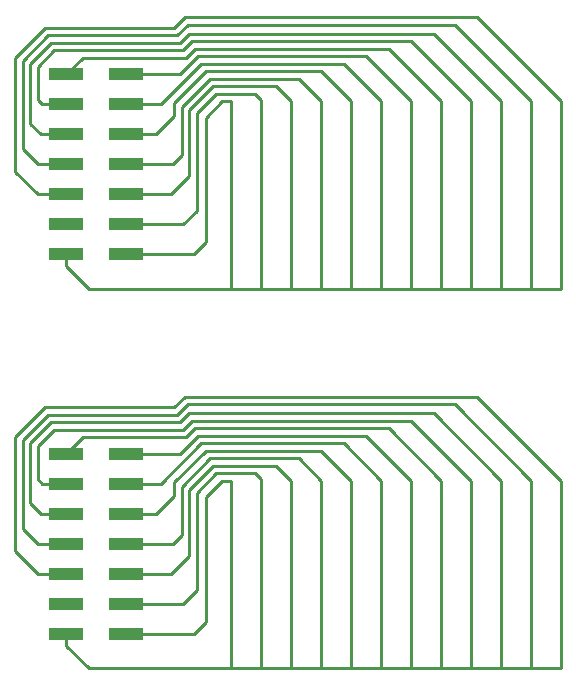
<source format=gbr>
%TF.GenerationSoftware,KiCad,Pcbnew,(5.1.6)-1*%
%TF.CreationDate,2022-05-19T15:55:08-04:00*%
%TF.ProjectId,sensor_v1,73656e73-6f72-45f7-9631-2e6b69636164,rev?*%
%TF.SameCoordinates,Original*%
%TF.FileFunction,Copper,L1,Top*%
%TF.FilePolarity,Positive*%
%FSLAX46Y46*%
G04 Gerber Fmt 4.6, Leading zero omitted, Abs format (unit mm)*
G04 Created by KiCad (PCBNEW (5.1.6)-1) date 2022-05-19 15:55:08*
%MOMM*%
%LPD*%
G01*
G04 APERTURE LIST*
%TA.AperFunction,SMDPad,CuDef*%
%ADD10R,3.000000X1.000000*%
%TD*%
%TA.AperFunction,Conductor*%
%ADD11C,0.250000*%
%TD*%
G04 APERTURE END LIST*
D10*
%TO.P,REF\u002A\u002A,1*%
%TO.N,N/C*%
X102977000Y-76327000D03*
%TO.P,REF\u002A\u002A,2*%
X97937000Y-76327000D03*
%TO.P,REF\u002A\u002A,3*%
X102977000Y-78867000D03*
%TO.P,REF\u002A\u002A,4*%
X97937000Y-78867000D03*
%TO.P,REF\u002A\u002A,5*%
X102977000Y-81407000D03*
%TO.P,REF\u002A\u002A,6*%
X97937000Y-81407000D03*
%TO.P,REF\u002A\u002A,7*%
X102977000Y-83947000D03*
%TO.P,REF\u002A\u002A,8*%
X97937000Y-83947000D03*
%TO.P,REF\u002A\u002A,9*%
X102977000Y-86487000D03*
%TO.P,REF\u002A\u002A,10*%
X97937000Y-86487000D03*
%TO.P,REF\u002A\u002A,11*%
X102977000Y-89027000D03*
%TO.P,REF\u002A\u002A,12*%
X97937000Y-89027000D03*
%TO.P,REF\u002A\u002A,13*%
X102977000Y-91567000D03*
%TO.P,REF\u002A\u002A,14*%
X97937000Y-91567000D03*
%TD*%
%TO.P,REF\u002A\u002A,14*%
%TO.N,N/C*%
X97937000Y-59436000D03*
%TO.P,REF\u002A\u002A,13*%
X102977000Y-59436000D03*
%TO.P,REF\u002A\u002A,12*%
X97937000Y-56896000D03*
%TO.P,REF\u002A\u002A,11*%
X102977000Y-56896000D03*
%TO.P,REF\u002A\u002A,10*%
X97937000Y-54356000D03*
%TO.P,REF\u002A\u002A,9*%
X102977000Y-54356000D03*
%TO.P,REF\u002A\u002A,8*%
X97937000Y-51816000D03*
%TO.P,REF\u002A\u002A,7*%
X102977000Y-51816000D03*
%TO.P,REF\u002A\u002A,6*%
X97937000Y-49276000D03*
%TO.P,REF\u002A\u002A,5*%
X102977000Y-49276000D03*
%TO.P,REF\u002A\u002A,4*%
X97937000Y-46736000D03*
%TO.P,REF\u002A\u002A,3*%
X102977000Y-46736000D03*
%TO.P,REF\u002A\u002A,2*%
X97937000Y-44196000D03*
%TO.P,REF\u002A\u002A,1*%
X102977000Y-44196000D03*
%TD*%
D11*
%TO.N,*%
X97937000Y-60472000D02*
X97937000Y-59436000D01*
X111887000Y-62357000D02*
X99822000Y-62357000D01*
X99822000Y-62357000D02*
X97937000Y-60472000D01*
X108712000Y-59436000D02*
X102977000Y-59436000D01*
X111887000Y-46482000D02*
X111125000Y-46482000D01*
X111887000Y-62357000D02*
X111887000Y-46482000D01*
X111125000Y-46482000D02*
X109728000Y-47879000D01*
X109728000Y-47879000D02*
X109728000Y-58420000D01*
X109728000Y-58420000D02*
X108712000Y-59436000D01*
X108966000Y-55753000D02*
X107823000Y-56896000D01*
X107823000Y-56896000D02*
X102977000Y-56896000D01*
X114427000Y-46355000D02*
X113919000Y-45847000D01*
X110617000Y-45847000D02*
X108966000Y-47498000D01*
X108966000Y-47498000D02*
X108966000Y-55753000D01*
X114427000Y-62357000D02*
X114427000Y-46355000D01*
X113919000Y-45847000D02*
X110617000Y-45847000D01*
X106807000Y-54356000D02*
X102977000Y-54356000D01*
X108331000Y-52832000D02*
X106807000Y-54356000D01*
X116967000Y-46482000D02*
X115697000Y-45212000D01*
X116967000Y-62357000D02*
X116967000Y-46482000D01*
X108331000Y-47244000D02*
X108331000Y-52832000D01*
X115697000Y-45212000D02*
X110363000Y-45212000D01*
X110363000Y-45212000D02*
X108331000Y-47244000D01*
X106934000Y-51816000D02*
X102977000Y-51816000D01*
X119507000Y-46482000D02*
X117602000Y-44577000D01*
X119507000Y-62357000D02*
X119507000Y-46482000D01*
X117602000Y-44577000D02*
X110109000Y-44577000D01*
X107696000Y-46990000D02*
X107696000Y-51054000D01*
X107696000Y-51054000D02*
X106934000Y-51816000D01*
X110109000Y-44577000D02*
X107696000Y-46990000D01*
X107061000Y-47752000D02*
X105537000Y-49276000D01*
X105537000Y-49276000D02*
X102977000Y-49276000D01*
X122047000Y-46482000D02*
X119507000Y-43942000D01*
X109728000Y-43942000D02*
X107061000Y-46609000D01*
X119507000Y-43942000D02*
X109728000Y-43942000D01*
X122047000Y-62357000D02*
X122047000Y-46482000D01*
X107061000Y-46609000D02*
X107061000Y-47752000D01*
X105918000Y-46736000D02*
X102977000Y-46736000D01*
X121412000Y-43307000D02*
X109347000Y-43307000D01*
X124587000Y-62357000D02*
X124587000Y-46482000D01*
X109347000Y-43307000D02*
X105918000Y-46736000D01*
X124587000Y-46482000D02*
X121412000Y-43307000D01*
X107569000Y-44196000D02*
X102977000Y-44196000D01*
X123317000Y-42672000D02*
X109093000Y-42672000D01*
X109093000Y-42672000D02*
X107569000Y-44196000D01*
X127127000Y-62357000D02*
X127127000Y-46482000D01*
X127127000Y-46482000D02*
X123317000Y-42672000D01*
X99334000Y-42799000D02*
X97937000Y-44196000D01*
X129667000Y-46482000D02*
X125222000Y-42037000D01*
X125222000Y-42037000D02*
X108839000Y-42037000D01*
X129667000Y-62357000D02*
X129667000Y-46482000D01*
X108077000Y-42799000D02*
X99334000Y-42799000D01*
X108839000Y-42037000D02*
X108077000Y-42799000D01*
X95885000Y-46736000D02*
X97937000Y-46736000D01*
X95504000Y-46355000D02*
X95885000Y-46736000D01*
X132207000Y-46482000D02*
X127127000Y-41402000D01*
X132207000Y-62357000D02*
X132207000Y-46482000D01*
X95504000Y-43561000D02*
X95504000Y-46355000D01*
X96901000Y-42164000D02*
X95504000Y-43561000D01*
X108585000Y-41402000D02*
X107823000Y-42164000D01*
X127127000Y-41402000D02*
X108585000Y-41402000D01*
X107823000Y-42164000D02*
X96901000Y-42164000D01*
X95758000Y-49276000D02*
X97937000Y-49276000D01*
X94869000Y-48387000D02*
X95758000Y-49276000D01*
X96647000Y-41529000D02*
X94869000Y-43307000D01*
X134747000Y-62357000D02*
X134747000Y-46482000D01*
X134747000Y-46482000D02*
X129032000Y-40767000D01*
X108331000Y-40767000D02*
X107569000Y-41529000D01*
X129032000Y-40767000D02*
X108331000Y-40767000D01*
X94869000Y-43307000D02*
X94869000Y-48387000D01*
X107569000Y-41529000D02*
X96647000Y-41529000D01*
X95504000Y-51816000D02*
X97937000Y-51816000D01*
X94234000Y-43053000D02*
X94234000Y-50546000D01*
X137287000Y-46482000D02*
X130810000Y-40005000D01*
X137287000Y-62357000D02*
X137287000Y-46482000D01*
X130810000Y-40005000D02*
X108204000Y-40005000D01*
X96393000Y-40894000D02*
X94234000Y-43053000D01*
X108204000Y-40005000D02*
X107315000Y-40894000D01*
X94234000Y-50546000D02*
X95504000Y-51816000D01*
X107315000Y-40894000D02*
X96393000Y-40894000D01*
X93599000Y-52451000D02*
X95504000Y-54356000D01*
X93599000Y-42799000D02*
X93599000Y-52451000D01*
X96139000Y-40259000D02*
X93599000Y-42799000D01*
X139827000Y-62357000D02*
X139827000Y-46482000D01*
X107061000Y-40259000D02*
X96139000Y-40259000D01*
X139827000Y-46482000D02*
X132715000Y-39370000D01*
X95504000Y-54356000D02*
X97937000Y-54356000D01*
X111887000Y-62357000D02*
X139827000Y-62357000D01*
X132715000Y-39370000D02*
X107950000Y-39370000D01*
X107950000Y-39370000D02*
X107061000Y-40259000D01*
X108077000Y-74930000D02*
X99334000Y-74930000D01*
X108839000Y-74168000D02*
X108077000Y-74930000D01*
X129667000Y-78613000D02*
X125222000Y-74168000D01*
X125222000Y-74168000D02*
X108839000Y-74168000D01*
X129667000Y-94488000D02*
X129667000Y-78613000D01*
X132207000Y-78613000D02*
X127127000Y-73533000D01*
X96901000Y-74295000D02*
X95504000Y-75692000D01*
X132207000Y-94488000D02*
X132207000Y-78613000D01*
X95504000Y-75692000D02*
X95504000Y-78486000D01*
X95885000Y-78867000D02*
X97937000Y-78867000D01*
X95504000Y-78486000D02*
X95885000Y-78867000D01*
X108585000Y-73533000D02*
X107823000Y-74295000D01*
X107823000Y-74295000D02*
X96901000Y-74295000D01*
X127127000Y-73533000D02*
X108585000Y-73533000D01*
X107315000Y-73025000D02*
X96393000Y-73025000D01*
X95504000Y-83947000D02*
X97937000Y-83947000D01*
X94234000Y-75184000D02*
X94234000Y-82677000D01*
X137287000Y-78613000D02*
X130810000Y-72136000D01*
X108204000Y-72136000D02*
X107315000Y-73025000D01*
X130810000Y-72136000D02*
X108204000Y-72136000D01*
X137287000Y-94488000D02*
X137287000Y-78613000D01*
X96393000Y-73025000D02*
X94234000Y-75184000D01*
X94234000Y-82677000D02*
X95504000Y-83947000D01*
X109728000Y-80010000D02*
X109728000Y-90551000D01*
X109728000Y-90551000D02*
X108712000Y-91567000D01*
X108712000Y-91567000D02*
X102977000Y-91567000D01*
X111887000Y-94488000D02*
X111887000Y-78613000D01*
X111125000Y-78613000D02*
X109728000Y-80010000D01*
X111887000Y-78613000D02*
X111125000Y-78613000D01*
X105537000Y-81407000D02*
X102977000Y-81407000D01*
X122047000Y-78613000D02*
X119507000Y-76073000D01*
X109728000Y-76073000D02*
X107061000Y-78740000D01*
X95504000Y-86487000D02*
X97937000Y-86487000D01*
X111887000Y-94488000D02*
X139827000Y-94488000D01*
X122047000Y-94488000D02*
X122047000Y-78613000D01*
X132715000Y-71501000D02*
X107950000Y-71501000D01*
X119507000Y-76073000D02*
X109728000Y-76073000D01*
X107061000Y-78740000D02*
X107061000Y-79883000D01*
X107061000Y-72390000D02*
X96139000Y-72390000D01*
X139827000Y-94488000D02*
X139827000Y-78613000D01*
X107569000Y-76327000D02*
X102977000Y-76327000D01*
X108331000Y-79375000D02*
X108331000Y-84963000D01*
X139827000Y-78613000D02*
X132715000Y-71501000D01*
X123317000Y-74803000D02*
X109093000Y-74803000D01*
X93599000Y-84582000D02*
X95504000Y-86487000D01*
X93599000Y-74930000D02*
X93599000Y-84582000D01*
X109093000Y-74803000D02*
X107569000Y-76327000D01*
X106807000Y-86487000D02*
X102977000Y-86487000D01*
X115697000Y-77343000D02*
X110363000Y-77343000D01*
X107950000Y-71501000D02*
X107061000Y-72390000D01*
X108331000Y-84963000D02*
X106807000Y-86487000D01*
X110363000Y-77343000D02*
X108331000Y-79375000D01*
X96139000Y-72390000D02*
X93599000Y-74930000D01*
X116967000Y-78613000D02*
X115697000Y-77343000D01*
X116967000Y-94488000D02*
X116967000Y-78613000D01*
X107061000Y-79883000D02*
X105537000Y-81407000D01*
X110617000Y-77978000D02*
X108966000Y-79629000D01*
X121412000Y-75438000D02*
X109347000Y-75438000D01*
X99822000Y-94488000D02*
X97937000Y-92603000D01*
X99334000Y-74930000D02*
X97937000Y-76327000D01*
X96647000Y-73660000D02*
X94869000Y-75438000D01*
X124587000Y-94488000D02*
X124587000Y-78613000D01*
X109347000Y-75438000D02*
X105918000Y-78867000D01*
X95758000Y-81407000D02*
X97937000Y-81407000D01*
X134747000Y-94488000D02*
X134747000Y-78613000D01*
X108966000Y-79629000D02*
X108966000Y-87884000D01*
X94869000Y-80518000D02*
X95758000Y-81407000D01*
X105918000Y-78867000D02*
X102977000Y-78867000D01*
X124587000Y-78613000D02*
X121412000Y-75438000D01*
X108966000Y-87884000D02*
X107823000Y-89027000D01*
X107823000Y-89027000D02*
X102977000Y-89027000D01*
X114427000Y-78486000D02*
X113919000Y-77978000D01*
X114427000Y-94488000D02*
X114427000Y-78486000D01*
X134747000Y-78613000D02*
X129032000Y-72898000D01*
X113919000Y-77978000D02*
X110617000Y-77978000D01*
X97937000Y-92603000D02*
X97937000Y-91567000D01*
X111887000Y-94488000D02*
X99822000Y-94488000D01*
X127127000Y-78613000D02*
X123317000Y-74803000D01*
X129032000Y-72898000D02*
X108331000Y-72898000D01*
X110109000Y-76708000D02*
X107696000Y-79121000D01*
X119507000Y-78613000D02*
X117602000Y-76708000D01*
X107569000Y-73660000D02*
X96647000Y-73660000D01*
X117602000Y-76708000D02*
X110109000Y-76708000D01*
X119507000Y-94488000D02*
X119507000Y-78613000D01*
X107696000Y-79121000D02*
X107696000Y-83185000D01*
X94869000Y-75438000D02*
X94869000Y-80518000D01*
X108331000Y-72898000D02*
X107569000Y-73660000D01*
X106934000Y-83947000D02*
X102977000Y-83947000D01*
X127127000Y-94488000D02*
X127127000Y-78613000D01*
X107696000Y-83185000D02*
X106934000Y-83947000D01*
%TD*%
M02*

</source>
